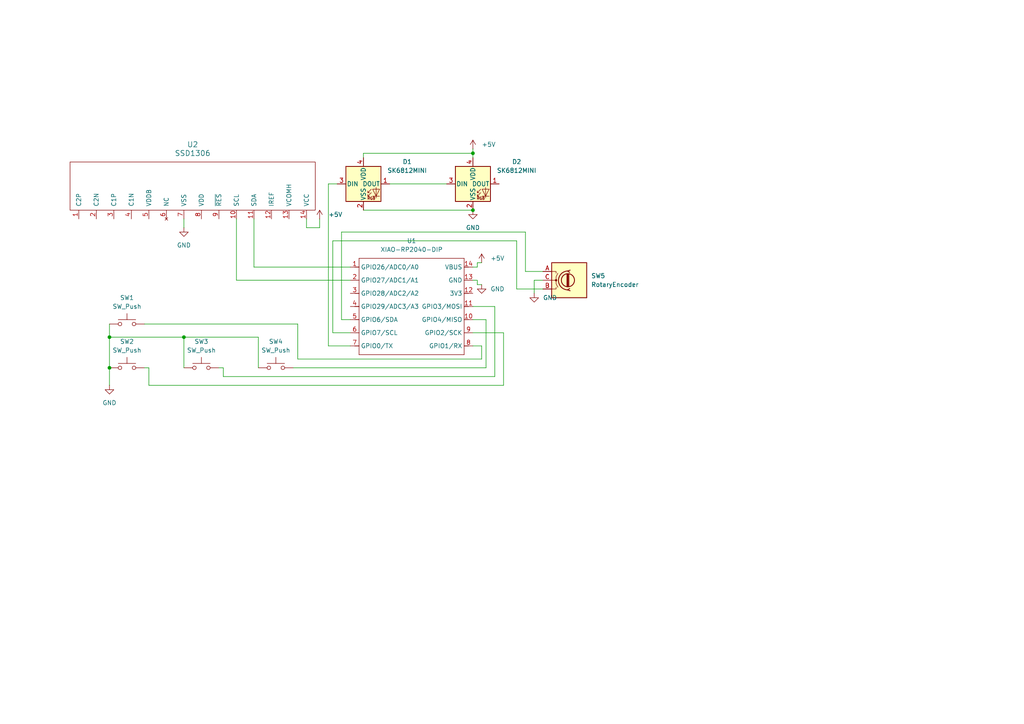
<source format=kicad_sch>
(kicad_sch
	(version 20250114)
	(generator "eeschema")
	(generator_version "9.0")
	(uuid "5250ac9b-1024-4c85-8c46-67893df5fad1")
	(paper "A4")
	(lib_symbols
		(symbol "Device:RotaryEncoder"
			(pin_names
				(offset 0.254)
				(hide yes)
			)
			(exclude_from_sim no)
			(in_bom yes)
			(on_board yes)
			(property "Reference" "SW"
				(at 0 6.604 0)
				(effects
					(font
						(size 1.27 1.27)
					)
				)
			)
			(property "Value" "RotaryEncoder"
				(at 0 -6.604 0)
				(effects
					(font
						(size 1.27 1.27)
					)
				)
			)
			(property "Footprint" ""
				(at -3.81 4.064 0)
				(effects
					(font
						(size 1.27 1.27)
					)
					(hide yes)
				)
			)
			(property "Datasheet" "~"
				(at 0 6.604 0)
				(effects
					(font
						(size 1.27 1.27)
					)
					(hide yes)
				)
			)
			(property "Description" "Rotary encoder, dual channel, incremental quadrate outputs"
				(at 0 0 0)
				(effects
					(font
						(size 1.27 1.27)
					)
					(hide yes)
				)
			)
			(property "ki_keywords" "rotary switch encoder"
				(at 0 0 0)
				(effects
					(font
						(size 1.27 1.27)
					)
					(hide yes)
				)
			)
			(property "ki_fp_filters" "RotaryEncoder*"
				(at 0 0 0)
				(effects
					(font
						(size 1.27 1.27)
					)
					(hide yes)
				)
			)
			(symbol "RotaryEncoder_0_1"
				(rectangle
					(start -5.08 5.08)
					(end 5.08 -5.08)
					(stroke
						(width 0.254)
						(type default)
					)
					(fill
						(type background)
					)
				)
				(polyline
					(pts
						(xy -5.08 2.54) (xy -3.81 2.54) (xy -3.81 2.032)
					)
					(stroke
						(width 0)
						(type default)
					)
					(fill
						(type none)
					)
				)
				(polyline
					(pts
						(xy -5.08 0) (xy -3.81 0) (xy -3.81 -1.016) (xy -3.302 -2.032)
					)
					(stroke
						(width 0)
						(type default)
					)
					(fill
						(type none)
					)
				)
				(polyline
					(pts
						(xy -5.08 -2.54) (xy -3.81 -2.54) (xy -3.81 -2.032)
					)
					(stroke
						(width 0)
						(type default)
					)
					(fill
						(type none)
					)
				)
				(polyline
					(pts
						(xy -4.318 0) (xy -3.81 0) (xy -3.81 1.016) (xy -3.302 2.032)
					)
					(stroke
						(width 0)
						(type default)
					)
					(fill
						(type none)
					)
				)
				(circle
					(center -3.81 0)
					(radius 0.254)
					(stroke
						(width 0)
						(type default)
					)
					(fill
						(type outline)
					)
				)
				(polyline
					(pts
						(xy -0.635 -1.778) (xy -0.635 1.778)
					)
					(stroke
						(width 0.254)
						(type default)
					)
					(fill
						(type none)
					)
				)
				(circle
					(center -0.381 0)
					(radius 1.905)
					(stroke
						(width 0.254)
						(type default)
					)
					(fill
						(type none)
					)
				)
				(polyline
					(pts
						(xy -0.381 -1.778) (xy -0.381 1.778)
					)
					(stroke
						(width 0.254)
						(type default)
					)
					(fill
						(type none)
					)
				)
				(arc
					(start -0.381 -2.794)
					(mid -3.0988 -0.0635)
					(end -0.381 2.667)
					(stroke
						(width 0.254)
						(type default)
					)
					(fill
						(type none)
					)
				)
				(polyline
					(pts
						(xy -0.127 1.778) (xy -0.127 -1.778)
					)
					(stroke
						(width 0.254)
						(type default)
					)
					(fill
						(type none)
					)
				)
				(polyline
					(pts
						(xy 0.254 2.921) (xy -0.508 2.667) (xy 0.127 2.286)
					)
					(stroke
						(width 0.254)
						(type default)
					)
					(fill
						(type none)
					)
				)
				(polyline
					(pts
						(xy 0.254 -3.048) (xy -0.508 -2.794) (xy 0.127 -2.413)
					)
					(stroke
						(width 0.254)
						(type default)
					)
					(fill
						(type none)
					)
				)
			)
			(symbol "RotaryEncoder_1_1"
				(pin passive line
					(at -7.62 2.54 0)
					(length 2.54)
					(name "A"
						(effects
							(font
								(size 1.27 1.27)
							)
						)
					)
					(number "A"
						(effects
							(font
								(size 1.27 1.27)
							)
						)
					)
				)
				(pin passive line
					(at -7.62 0 0)
					(length 2.54)
					(name "C"
						(effects
							(font
								(size 1.27 1.27)
							)
						)
					)
					(number "C"
						(effects
							(font
								(size 1.27 1.27)
							)
						)
					)
				)
				(pin passive line
					(at -7.62 -2.54 0)
					(length 2.54)
					(name "B"
						(effects
							(font
								(size 1.27 1.27)
							)
						)
					)
					(number "B"
						(effects
							(font
								(size 1.27 1.27)
							)
						)
					)
				)
			)
			(embedded_fonts no)
		)
		(symbol "LED:SK6812MINI"
			(pin_names
				(offset 0.254)
			)
			(exclude_from_sim no)
			(in_bom yes)
			(on_board yes)
			(property "Reference" "D"
				(at 5.08 5.715 0)
				(effects
					(font
						(size 1.27 1.27)
					)
					(justify right bottom)
				)
			)
			(property "Value" "SK6812MINI"
				(at 1.27 -5.715 0)
				(effects
					(font
						(size 1.27 1.27)
					)
					(justify left top)
				)
			)
			(property "Footprint" "LED_SMD:LED_SK6812MINI_PLCC4_3.5x3.5mm_P1.75mm"
				(at 1.27 -7.62 0)
				(effects
					(font
						(size 1.27 1.27)
					)
					(justify left top)
					(hide yes)
				)
			)
			(property "Datasheet" "https://cdn-shop.adafruit.com/product-files/2686/SK6812MINI_REV.01-1-2.pdf"
				(at 2.54 -9.525 0)
				(effects
					(font
						(size 1.27 1.27)
					)
					(justify left top)
					(hide yes)
				)
			)
			(property "Description" "RGB LED with integrated controller"
				(at 0 0 0)
				(effects
					(font
						(size 1.27 1.27)
					)
					(hide yes)
				)
			)
			(property "ki_keywords" "RGB LED NeoPixel Mini addressable"
				(at 0 0 0)
				(effects
					(font
						(size 1.27 1.27)
					)
					(hide yes)
				)
			)
			(property "ki_fp_filters" "LED*SK6812MINI*PLCC*3.5x3.5mm*P1.75mm*"
				(at 0 0 0)
				(effects
					(font
						(size 1.27 1.27)
					)
					(hide yes)
				)
			)
			(symbol "SK6812MINI_0_0"
				(text "RGB"
					(at 2.286 -4.191 0)
					(effects
						(font
							(size 0.762 0.762)
						)
					)
				)
			)
			(symbol "SK6812MINI_0_1"
				(polyline
					(pts
						(xy 1.27 -2.54) (xy 1.778 -2.54)
					)
					(stroke
						(width 0)
						(type default)
					)
					(fill
						(type none)
					)
				)
				(polyline
					(pts
						(xy 1.27 -3.556) (xy 1.778 -3.556)
					)
					(stroke
						(width 0)
						(type default)
					)
					(fill
						(type none)
					)
				)
				(polyline
					(pts
						(xy 2.286 -1.524) (xy 1.27 -2.54) (xy 1.27 -2.032)
					)
					(stroke
						(width 0)
						(type default)
					)
					(fill
						(type none)
					)
				)
				(polyline
					(pts
						(xy 2.286 -2.54) (xy 1.27 -3.556) (xy 1.27 -3.048)
					)
					(stroke
						(width 0)
						(type default)
					)
					(fill
						(type none)
					)
				)
				(polyline
					(pts
						(xy 3.683 -1.016) (xy 3.683 -3.556) (xy 3.683 -4.064)
					)
					(stroke
						(width 0)
						(type default)
					)
					(fill
						(type none)
					)
				)
				(polyline
					(pts
						(xy 4.699 -1.524) (xy 2.667 -1.524) (xy 3.683 -3.556) (xy 4.699 -1.524)
					)
					(stroke
						(width 0)
						(type default)
					)
					(fill
						(type none)
					)
				)
				(polyline
					(pts
						(xy 4.699 -3.556) (xy 2.667 -3.556)
					)
					(stroke
						(width 0)
						(type default)
					)
					(fill
						(type none)
					)
				)
				(rectangle
					(start 5.08 5.08)
					(end -5.08 -5.08)
					(stroke
						(width 0.254)
						(type default)
					)
					(fill
						(type background)
					)
				)
			)
			(symbol "SK6812MINI_1_1"
				(pin input line
					(at -7.62 0 0)
					(length 2.54)
					(name "DIN"
						(effects
							(font
								(size 1.27 1.27)
							)
						)
					)
					(number "3"
						(effects
							(font
								(size 1.27 1.27)
							)
						)
					)
				)
				(pin power_in line
					(at 0 7.62 270)
					(length 2.54)
					(name "VDD"
						(effects
							(font
								(size 1.27 1.27)
							)
						)
					)
					(number "4"
						(effects
							(font
								(size 1.27 1.27)
							)
						)
					)
				)
				(pin power_in line
					(at 0 -7.62 90)
					(length 2.54)
					(name "VSS"
						(effects
							(font
								(size 1.27 1.27)
							)
						)
					)
					(number "2"
						(effects
							(font
								(size 1.27 1.27)
							)
						)
					)
				)
				(pin output line
					(at 7.62 0 180)
					(length 2.54)
					(name "DOUT"
						(effects
							(font
								(size 1.27 1.27)
							)
						)
					)
					(number "1"
						(effects
							(font
								(size 1.27 1.27)
							)
						)
					)
				)
			)
			(embedded_fonts no)
		)
		(symbol "OPL Library:XIAO-RP2040-DIP"
			(exclude_from_sim no)
			(in_bom yes)
			(on_board yes)
			(property "Reference" "U"
				(at 0 0 0)
				(effects
					(font
						(size 1.27 1.27)
					)
				)
			)
			(property "Value" "XIAO-RP2040-DIP"
				(at 5.334 -1.778 0)
				(effects
					(font
						(size 1.27 1.27)
					)
				)
			)
			(property "Footprint" "Module:MOUDLE14P-XIAO-DIP-SMD"
				(at 14.478 -32.258 0)
				(effects
					(font
						(size 1.27 1.27)
					)
					(hide yes)
				)
			)
			(property "Datasheet" ""
				(at 0 0 0)
				(effects
					(font
						(size 1.27 1.27)
					)
					(hide yes)
				)
			)
			(property "Description" ""
				(at 0 0 0)
				(effects
					(font
						(size 1.27 1.27)
					)
					(hide yes)
				)
			)
			(symbol "XIAO-RP2040-DIP_1_0"
				(polyline
					(pts
						(xy -1.27 -2.54) (xy 29.21 -2.54)
					)
					(stroke
						(width 0.1524)
						(type solid)
					)
					(fill
						(type none)
					)
				)
				(polyline
					(pts
						(xy -1.27 -5.08) (xy -2.54 -5.08)
					)
					(stroke
						(width 0.1524)
						(type solid)
					)
					(fill
						(type none)
					)
				)
				(polyline
					(pts
						(xy -1.27 -5.08) (xy -1.27 -2.54)
					)
					(stroke
						(width 0.1524)
						(type solid)
					)
					(fill
						(type none)
					)
				)
				(polyline
					(pts
						(xy -1.27 -8.89) (xy -2.54 -8.89)
					)
					(stroke
						(width 0.1524)
						(type solid)
					)
					(fill
						(type none)
					)
				)
				(polyline
					(pts
						(xy -1.27 -8.89) (xy -1.27 -5.08)
					)
					(stroke
						(width 0.1524)
						(type solid)
					)
					(fill
						(type none)
					)
				)
				(polyline
					(pts
						(xy -1.27 -12.7) (xy -2.54 -12.7)
					)
					(stroke
						(width 0.1524)
						(type solid)
					)
					(fill
						(type none)
					)
				)
				(polyline
					(pts
						(xy -1.27 -12.7) (xy -1.27 -8.89)
					)
					(stroke
						(width 0.1524)
						(type solid)
					)
					(fill
						(type none)
					)
				)
				(polyline
					(pts
						(xy -1.27 -16.51) (xy -2.54 -16.51)
					)
					(stroke
						(width 0.1524)
						(type solid)
					)
					(fill
						(type none)
					)
				)
				(polyline
					(pts
						(xy -1.27 -16.51) (xy -1.27 -12.7)
					)
					(stroke
						(width 0.1524)
						(type solid)
					)
					(fill
						(type none)
					)
				)
				(polyline
					(pts
						(xy -1.27 -20.32) (xy -2.54 -20.32)
					)
					(stroke
						(width 0.1524)
						(type solid)
					)
					(fill
						(type none)
					)
				)
				(polyline
					(pts
						(xy -1.27 -24.13) (xy -2.54 -24.13)
					)
					(stroke
						(width 0.1524)
						(type solid)
					)
					(fill
						(type none)
					)
				)
				(polyline
					(pts
						(xy -1.27 -27.94) (xy -2.54 -27.94)
					)
					(stroke
						(width 0.1524)
						(type solid)
					)
					(fill
						(type none)
					)
				)
				(polyline
					(pts
						(xy -1.27 -30.48) (xy -1.27 -16.51)
					)
					(stroke
						(width 0.1524)
						(type solid)
					)
					(fill
						(type none)
					)
				)
				(polyline
					(pts
						(xy 29.21 -2.54) (xy 29.21 -5.08)
					)
					(stroke
						(width 0.1524)
						(type solid)
					)
					(fill
						(type none)
					)
				)
				(polyline
					(pts
						(xy 29.21 -5.08) (xy 29.21 -8.89)
					)
					(stroke
						(width 0.1524)
						(type solid)
					)
					(fill
						(type none)
					)
				)
				(polyline
					(pts
						(xy 29.21 -8.89) (xy 29.21 -12.7)
					)
					(stroke
						(width 0.1524)
						(type solid)
					)
					(fill
						(type none)
					)
				)
				(polyline
					(pts
						(xy 29.21 -12.7) (xy 29.21 -30.48)
					)
					(stroke
						(width 0.1524)
						(type solid)
					)
					(fill
						(type none)
					)
				)
				(polyline
					(pts
						(xy 29.21 -30.48) (xy -1.27 -30.48)
					)
					(stroke
						(width 0.1524)
						(type solid)
					)
					(fill
						(type none)
					)
				)
				(polyline
					(pts
						(xy 30.48 -5.08) (xy 29.21 -5.08)
					)
					(stroke
						(width 0.1524)
						(type solid)
					)
					(fill
						(type none)
					)
				)
				(polyline
					(pts
						(xy 30.48 -8.89) (xy 29.21 -8.89)
					)
					(stroke
						(width 0.1524)
						(type solid)
					)
					(fill
						(type none)
					)
				)
				(polyline
					(pts
						(xy 30.48 -12.7) (xy 29.21 -12.7)
					)
					(stroke
						(width 0.1524)
						(type solid)
					)
					(fill
						(type none)
					)
				)
				(polyline
					(pts
						(xy 30.48 -16.51) (xy 29.21 -16.51)
					)
					(stroke
						(width 0.1524)
						(type solid)
					)
					(fill
						(type none)
					)
				)
				(polyline
					(pts
						(xy 30.48 -20.32) (xy 29.21 -20.32)
					)
					(stroke
						(width 0.1524)
						(type solid)
					)
					(fill
						(type none)
					)
				)
				(polyline
					(pts
						(xy 30.48 -24.13) (xy 29.21 -24.13)
					)
					(stroke
						(width 0.1524)
						(type solid)
					)
					(fill
						(type none)
					)
				)
				(polyline
					(pts
						(xy 30.48 -27.94) (xy 29.21 -27.94)
					)
					(stroke
						(width 0.1524)
						(type solid)
					)
					(fill
						(type none)
					)
				)
				(pin passive line
					(at -3.81 -5.08 0)
					(length 2.54)
					(name "GPIO26/ADC0/A0"
						(effects
							(font
								(size 1.27 1.27)
							)
						)
					)
					(number "1"
						(effects
							(font
								(size 1.27 1.27)
							)
						)
					)
				)
				(pin passive line
					(at -3.81 -8.89 0)
					(length 2.54)
					(name "GPIO27/ADC1/A1"
						(effects
							(font
								(size 1.27 1.27)
							)
						)
					)
					(number "2"
						(effects
							(font
								(size 1.27 1.27)
							)
						)
					)
				)
				(pin passive line
					(at -3.81 -12.7 0)
					(length 2.54)
					(name "GPIO28/ADC2/A2"
						(effects
							(font
								(size 1.27 1.27)
							)
						)
					)
					(number "3"
						(effects
							(font
								(size 1.27 1.27)
							)
						)
					)
				)
				(pin passive line
					(at -3.81 -16.51 0)
					(length 2.54)
					(name "GPIO29/ADC3/A3"
						(effects
							(font
								(size 1.27 1.27)
							)
						)
					)
					(number "4"
						(effects
							(font
								(size 1.27 1.27)
							)
						)
					)
				)
				(pin passive line
					(at -3.81 -20.32 0)
					(length 2.54)
					(name "GPIO6/SDA"
						(effects
							(font
								(size 1.27 1.27)
							)
						)
					)
					(number "5"
						(effects
							(font
								(size 1.27 1.27)
							)
						)
					)
				)
				(pin passive line
					(at -3.81 -24.13 0)
					(length 2.54)
					(name "GPIO7/SCL"
						(effects
							(font
								(size 1.27 1.27)
							)
						)
					)
					(number "6"
						(effects
							(font
								(size 1.27 1.27)
							)
						)
					)
				)
				(pin passive line
					(at -3.81 -27.94 0)
					(length 2.54)
					(name "GPIO0/TX"
						(effects
							(font
								(size 1.27 1.27)
							)
						)
					)
					(number "7"
						(effects
							(font
								(size 1.27 1.27)
							)
						)
					)
				)
				(pin passive line
					(at 31.75 -5.08 180)
					(length 2.54)
					(name "VBUS"
						(effects
							(font
								(size 1.27 1.27)
							)
						)
					)
					(number "14"
						(effects
							(font
								(size 1.27 1.27)
							)
						)
					)
				)
				(pin passive line
					(at 31.75 -8.89 180)
					(length 2.54)
					(name "GND"
						(effects
							(font
								(size 1.27 1.27)
							)
						)
					)
					(number "13"
						(effects
							(font
								(size 1.27 1.27)
							)
						)
					)
				)
				(pin passive line
					(at 31.75 -12.7 180)
					(length 2.54)
					(name "3V3"
						(effects
							(font
								(size 1.27 1.27)
							)
						)
					)
					(number "12"
						(effects
							(font
								(size 1.27 1.27)
							)
						)
					)
				)
				(pin passive line
					(at 31.75 -16.51 180)
					(length 2.54)
					(name "GPIO3/MOSI"
						(effects
							(font
								(size 1.27 1.27)
							)
						)
					)
					(number "11"
						(effects
							(font
								(size 1.27 1.27)
							)
						)
					)
				)
				(pin passive line
					(at 31.75 -20.32 180)
					(length 2.54)
					(name "GPIO4/MISO"
						(effects
							(font
								(size 1.27 1.27)
							)
						)
					)
					(number "10"
						(effects
							(font
								(size 1.27 1.27)
							)
						)
					)
				)
				(pin passive line
					(at 31.75 -24.13 180)
					(length 2.54)
					(name "GPIO2/SCK"
						(effects
							(font
								(size 1.27 1.27)
							)
						)
					)
					(number "9"
						(effects
							(font
								(size 1.27 1.27)
							)
						)
					)
				)
				(pin passive line
					(at 31.75 -27.94 180)
					(length 2.54)
					(name "GPIO1/RX"
						(effects
							(font
								(size 1.27 1.27)
							)
						)
					)
					(number "8"
						(effects
							(font
								(size 1.27 1.27)
							)
						)
					)
				)
			)
			(embedded_fonts no)
		)
		(symbol "Oled:SSD1306"
			(pin_names
				(offset 1.016)
			)
			(exclude_from_sim no)
			(in_bom yes)
			(on_board yes)
			(property "Reference" "U"
				(at 34.29 15.24 0)
				(effects
					(font
						(size 1.524 1.524)
					)
					(justify right top)
				)
			)
			(property "Value" "SSD1306"
				(at -34.29 15.24 0)
				(effects
					(font
						(size 1.524 1.524)
					)
					(justify left top)
				)
			)
			(property "Footprint" ""
				(at 0 0 0)
				(effects
					(font
						(size 1.524 1.524)
					)
					(hide yes)
				)
			)
			(property "Datasheet" ""
				(at 0 0 0)
				(effects
					(font
						(size 1.524 1.524)
					)
					(hide yes)
				)
			)
			(property "Description" ""
				(at 0 0 0)
				(effects
					(font
						(size 1.27 1.27)
					)
					(hide yes)
				)
			)
			(symbol "SSD1306_0_1"
				(rectangle
					(start -35.56 16.51)
					(end 35.56 2.54)
					(stroke
						(width 0)
						(type solid)
					)
					(fill
						(type none)
					)
				)
			)
			(symbol "SSD1306_1_1"
				(pin input line
					(at -33.02 0 90)
					(length 2.54)
					(name "C2P"
						(effects
							(font
								(size 1.27 1.27)
							)
						)
					)
					(number "1"
						(effects
							(font
								(size 1.27 1.27)
							)
						)
					)
				)
				(pin input line
					(at -27.94 0 90)
					(length 2.54)
					(name "C2N"
						(effects
							(font
								(size 1.27 1.27)
							)
						)
					)
					(number "2"
						(effects
							(font
								(size 1.27 1.27)
							)
						)
					)
				)
				(pin input line
					(at -22.86 0 90)
					(length 2.54)
					(name "C1P"
						(effects
							(font
								(size 1.27 1.27)
							)
						)
					)
					(number "3"
						(effects
							(font
								(size 1.27 1.27)
							)
						)
					)
				)
				(pin input line
					(at -17.78 0 90)
					(length 2.54)
					(name "C1N"
						(effects
							(font
								(size 1.27 1.27)
							)
						)
					)
					(number "4"
						(effects
							(font
								(size 1.27 1.27)
							)
						)
					)
				)
				(pin input line
					(at -12.7 0 90)
					(length 2.54)
					(name "VDDB"
						(effects
							(font
								(size 1.27 1.27)
							)
						)
					)
					(number "5"
						(effects
							(font
								(size 1.27 1.27)
							)
						)
					)
				)
				(pin no_connect line
					(at -7.62 0 90)
					(length 2.54)
					(name "NC"
						(effects
							(font
								(size 1.27 1.27)
							)
						)
					)
					(number "6"
						(effects
							(font
								(size 1.27 1.27)
							)
						)
					)
				)
				(pin output line
					(at -2.54 0 90)
					(length 2.54)
					(name "VSS"
						(effects
							(font
								(size 1.27 1.27)
							)
						)
					)
					(number "7"
						(effects
							(font
								(size 1.27 1.27)
							)
						)
					)
				)
				(pin input line
					(at 2.54 0 90)
					(length 2.54)
					(name "VDD"
						(effects
							(font
								(size 1.27 1.27)
							)
						)
					)
					(number "8"
						(effects
							(font
								(size 1.27 1.27)
							)
						)
					)
				)
				(pin input line
					(at 7.62 0 90)
					(length 2.54)
					(name "~{RES}"
						(effects
							(font
								(size 1.27 1.27)
							)
						)
					)
					(number "9"
						(effects
							(font
								(size 1.27 1.27)
							)
						)
					)
				)
				(pin input line
					(at 12.7 0 90)
					(length 2.54)
					(name "SCL"
						(effects
							(font
								(size 1.27 1.27)
							)
						)
					)
					(number "10"
						(effects
							(font
								(size 1.27 1.27)
							)
						)
					)
				)
				(pin input line
					(at 17.78 0 90)
					(length 2.54)
					(name "SDA"
						(effects
							(font
								(size 1.27 1.27)
							)
						)
					)
					(number "11"
						(effects
							(font
								(size 1.27 1.27)
							)
						)
					)
				)
				(pin input line
					(at 22.86 0 90)
					(length 2.54)
					(name "IREF"
						(effects
							(font
								(size 1.27 1.27)
							)
						)
					)
					(number "12"
						(effects
							(font
								(size 1.27 1.27)
							)
						)
					)
				)
				(pin input line
					(at 27.94 0 90)
					(length 2.54)
					(name "VCOMH"
						(effects
							(font
								(size 1.27 1.27)
							)
						)
					)
					(number "13"
						(effects
							(font
								(size 1.27 1.27)
							)
						)
					)
				)
				(pin input line
					(at 33.02 0 90)
					(length 2.54)
					(name "VCC"
						(effects
							(font
								(size 1.27 1.27)
							)
						)
					)
					(number "14"
						(effects
							(font
								(size 1.27 1.27)
							)
						)
					)
				)
			)
			(embedded_fonts no)
		)
		(symbol "Switch:SW_Push"
			(pin_numbers
				(hide yes)
			)
			(pin_names
				(offset 1.016)
				(hide yes)
			)
			(exclude_from_sim no)
			(in_bom yes)
			(on_board yes)
			(property "Reference" "SW"
				(at 1.27 2.54 0)
				(effects
					(font
						(size 1.27 1.27)
					)
					(justify left)
				)
			)
			(property "Value" "SW_Push"
				(at 0 -1.524 0)
				(effects
					(font
						(size 1.27 1.27)
					)
				)
			)
			(property "Footprint" ""
				(at 0 5.08 0)
				(effects
					(font
						(size 1.27 1.27)
					)
					(hide yes)
				)
			)
			(property "Datasheet" "~"
				(at 0 5.08 0)
				(effects
					(font
						(size 1.27 1.27)
					)
					(hide yes)
				)
			)
			(property "Description" "Push button switch, generic, two pins"
				(at 0 0 0)
				(effects
					(font
						(size 1.27 1.27)
					)
					(hide yes)
				)
			)
			(property "ki_keywords" "switch normally-open pushbutton push-button"
				(at 0 0 0)
				(effects
					(font
						(size 1.27 1.27)
					)
					(hide yes)
				)
			)
			(symbol "SW_Push_0_1"
				(circle
					(center -2.032 0)
					(radius 0.508)
					(stroke
						(width 0)
						(type default)
					)
					(fill
						(type none)
					)
				)
				(polyline
					(pts
						(xy 0 1.27) (xy 0 3.048)
					)
					(stroke
						(width 0)
						(type default)
					)
					(fill
						(type none)
					)
				)
				(circle
					(center 2.032 0)
					(radius 0.508)
					(stroke
						(width 0)
						(type default)
					)
					(fill
						(type none)
					)
				)
				(polyline
					(pts
						(xy 2.54 1.27) (xy -2.54 1.27)
					)
					(stroke
						(width 0)
						(type default)
					)
					(fill
						(type none)
					)
				)
				(pin passive line
					(at -5.08 0 0)
					(length 2.54)
					(name "1"
						(effects
							(font
								(size 1.27 1.27)
							)
						)
					)
					(number "1"
						(effects
							(font
								(size 1.27 1.27)
							)
						)
					)
				)
				(pin passive line
					(at 5.08 0 180)
					(length 2.54)
					(name "2"
						(effects
							(font
								(size 1.27 1.27)
							)
						)
					)
					(number "2"
						(effects
							(font
								(size 1.27 1.27)
							)
						)
					)
				)
			)
			(embedded_fonts no)
		)
		(symbol "power:+5V"
			(power)
			(pin_numbers
				(hide yes)
			)
			(pin_names
				(offset 0)
				(hide yes)
			)
			(exclude_from_sim no)
			(in_bom yes)
			(on_board yes)
			(property "Reference" "#PWR"
				(at 0 -3.81 0)
				(effects
					(font
						(size 1.27 1.27)
					)
					(hide yes)
				)
			)
			(property "Value" "+5V"
				(at 0 3.556 0)
				(effects
					(font
						(size 1.27 1.27)
					)
				)
			)
			(property "Footprint" ""
				(at 0 0 0)
				(effects
					(font
						(size 1.27 1.27)
					)
					(hide yes)
				)
			)
			(property "Datasheet" ""
				(at 0 0 0)
				(effects
					(font
						(size 1.27 1.27)
					)
					(hide yes)
				)
			)
			(property "Description" "Power symbol creates a global label with name \"+5V\""
				(at 0 0 0)
				(effects
					(font
						(size 1.27 1.27)
					)
					(hide yes)
				)
			)
			(property "ki_keywords" "global power"
				(at 0 0 0)
				(effects
					(font
						(size 1.27 1.27)
					)
					(hide yes)
				)
			)
			(symbol "+5V_0_1"
				(polyline
					(pts
						(xy -0.762 1.27) (xy 0 2.54)
					)
					(stroke
						(width 0)
						(type default)
					)
					(fill
						(type none)
					)
				)
				(polyline
					(pts
						(xy 0 2.54) (xy 0.762 1.27)
					)
					(stroke
						(width 0)
						(type default)
					)
					(fill
						(type none)
					)
				)
				(polyline
					(pts
						(xy 0 0) (xy 0 2.54)
					)
					(stroke
						(width 0)
						(type default)
					)
					(fill
						(type none)
					)
				)
			)
			(symbol "+5V_1_1"
				(pin power_in line
					(at 0 0 90)
					(length 0)
					(name "~"
						(effects
							(font
								(size 1.27 1.27)
							)
						)
					)
					(number "1"
						(effects
							(font
								(size 1.27 1.27)
							)
						)
					)
				)
			)
			(embedded_fonts no)
		)
		(symbol "power:GND"
			(power)
			(pin_numbers
				(hide yes)
			)
			(pin_names
				(offset 0)
				(hide yes)
			)
			(exclude_from_sim no)
			(in_bom yes)
			(on_board yes)
			(property "Reference" "#PWR"
				(at 0 -6.35 0)
				(effects
					(font
						(size 1.27 1.27)
					)
					(hide yes)
				)
			)
			(property "Value" "GND"
				(at 0 -3.81 0)
				(effects
					(font
						(size 1.27 1.27)
					)
				)
			)
			(property "Footprint" ""
				(at 0 0 0)
				(effects
					(font
						(size 1.27 1.27)
					)
					(hide yes)
				)
			)
			(property "Datasheet" ""
				(at 0 0 0)
				(effects
					(font
						(size 1.27 1.27)
					)
					(hide yes)
				)
			)
			(property "Description" "Power symbol creates a global label with name \"GND\" , ground"
				(at 0 0 0)
				(effects
					(font
						(size 1.27 1.27)
					)
					(hide yes)
				)
			)
			(property "ki_keywords" "global power"
				(at 0 0 0)
				(effects
					(font
						(size 1.27 1.27)
					)
					(hide yes)
				)
			)
			(symbol "GND_0_1"
				(polyline
					(pts
						(xy 0 0) (xy 0 -1.27) (xy 1.27 -1.27) (xy 0 -2.54) (xy -1.27 -1.27) (xy 0 -1.27)
					)
					(stroke
						(width 0)
						(type default)
					)
					(fill
						(type none)
					)
				)
			)
			(symbol "GND_1_1"
				(pin power_in line
					(at 0 0 270)
					(length 0)
					(name "~"
						(effects
							(font
								(size 1.27 1.27)
							)
						)
					)
					(number "1"
						(effects
							(font
								(size 1.27 1.27)
							)
						)
					)
				)
			)
			(embedded_fonts no)
		)
	)
	(junction
		(at 137.16 60.96)
		(diameter 0)
		(color 0 0 0 0)
		(uuid "04474d37-d960-412a-a6d1-260261267219")
	)
	(junction
		(at 53.34 97.79)
		(diameter 0)
		(color 0 0 0 0)
		(uuid "0616f527-9e6c-4e8c-a5c8-a5998293a103")
	)
	(junction
		(at 31.75 106.68)
		(diameter 0)
		(color 0 0 0 0)
		(uuid "299ae1d8-5d53-4f4c-b366-e7fec85565dc")
	)
	(junction
		(at 31.75 97.79)
		(diameter 0)
		(color 0 0 0 0)
		(uuid "84e659a2-6867-4e0c-bc50-5beefff56377")
	)
	(junction
		(at 137.16 44.45)
		(diameter 0)
		(color 0 0 0 0)
		(uuid "f01750ea-e40c-47e0-8979-2020e53e1767")
	)
	(wire
		(pts
			(xy 95.25 53.34) (xy 95.25 100.33)
		)
		(stroke
			(width 0)
			(type default)
		)
		(uuid "036161f2-4e44-48a1-a978-ef9c7adadcc2")
	)
	(wire
		(pts
			(xy 31.75 106.68) (xy 31.75 111.76)
		)
		(stroke
			(width 0)
			(type default)
		)
		(uuid "06689e37-87a7-4a6b-b3c6-a024e1a43741")
	)
	(wire
		(pts
			(xy 74.93 106.68) (xy 74.93 97.79)
		)
		(stroke
			(width 0)
			(type default)
		)
		(uuid "073f4101-f751-4458-a80b-c9ebfca3a105")
	)
	(wire
		(pts
			(xy 41.91 106.68) (xy 43.18 106.68)
		)
		(stroke
			(width 0)
			(type default)
		)
		(uuid "089221b6-ed77-432b-b88a-75a3abc511f5")
	)
	(wire
		(pts
			(xy 143.51 88.9) (xy 137.16 88.9)
		)
		(stroke
			(width 0)
			(type default)
		)
		(uuid "0a7b7eba-ed87-4e97-9ec6-af1380ea90e4")
	)
	(wire
		(pts
			(xy 138.43 77.47) (xy 137.16 77.47)
		)
		(stroke
			(width 0)
			(type default)
		)
		(uuid "16813905-b05b-43d7-ab8f-d20d540b802c")
	)
	(wire
		(pts
			(xy 157.48 83.82) (xy 149.86 83.82)
		)
		(stroke
			(width 0)
			(type default)
		)
		(uuid "16b0e6dc-be87-4b4c-b425-0c690cfc97f9")
	)
	(wire
		(pts
			(xy 138.43 82.55) (xy 138.43 81.28)
		)
		(stroke
			(width 0)
			(type default)
		)
		(uuid "18aa50da-9ed4-45b3-85c8-a88cb576961a")
	)
	(wire
		(pts
			(xy 41.91 93.98) (xy 86.36 93.98)
		)
		(stroke
			(width 0)
			(type default)
		)
		(uuid "190866b6-bfa7-4a9c-8871-3ba79153ae96")
	)
	(wire
		(pts
			(xy 86.36 93.98) (xy 86.36 104.14)
		)
		(stroke
			(width 0)
			(type default)
		)
		(uuid "1c902bca-150e-4718-af12-b746fc322502")
	)
	(wire
		(pts
			(xy 157.48 81.28) (xy 154.94 81.28)
		)
		(stroke
			(width 0)
			(type default)
		)
		(uuid "1d012fb4-81a8-413f-bdbc-9507f6871381")
	)
	(wire
		(pts
			(xy 53.34 63.5) (xy 53.34 66.04)
		)
		(stroke
			(width 0)
			(type default)
		)
		(uuid "1e9fe055-5875-41d6-9280-a598b01afd4b")
	)
	(wire
		(pts
			(xy 105.41 44.45) (xy 137.16 44.45)
		)
		(stroke
			(width 0)
			(type default)
		)
		(uuid "20a404f4-3934-4fad-a9c3-77b1f905f94d")
	)
	(wire
		(pts
			(xy 152.4 78.74) (xy 152.4 67.31)
		)
		(stroke
			(width 0)
			(type default)
		)
		(uuid "283ad52a-0351-4298-92fb-c4587fb2cc67")
	)
	(wire
		(pts
			(xy 105.41 60.96) (xy 137.16 60.96)
		)
		(stroke
			(width 0)
			(type default)
		)
		(uuid "295c6be3-f182-4101-a8fa-876dc267ca31")
	)
	(wire
		(pts
			(xy 140.97 92.71) (xy 140.97 106.68)
		)
		(stroke
			(width 0)
			(type default)
		)
		(uuid "2d3bceb1-d496-44d3-ae27-a5e4d0bde35f")
	)
	(wire
		(pts
			(xy 99.06 67.31) (xy 99.06 92.71)
		)
		(stroke
			(width 0)
			(type default)
		)
		(uuid "2e802ea2-e2c8-46f0-9587-59b3d28820c5")
	)
	(wire
		(pts
			(xy 139.7 104.14) (xy 139.7 100.33)
		)
		(stroke
			(width 0)
			(type default)
		)
		(uuid "2f0e0164-a756-4b71-bcc6-0d5700224fc1")
	)
	(wire
		(pts
			(xy 53.34 97.79) (xy 53.34 106.68)
		)
		(stroke
			(width 0)
			(type default)
		)
		(uuid "301f4ad6-89b1-4cb2-91a8-79b257a10b2e")
	)
	(wire
		(pts
			(xy 68.58 63.5) (xy 68.58 81.28)
		)
		(stroke
			(width 0)
			(type default)
		)
		(uuid "3450ae56-4629-4d8d-808c-3f3baee5b466")
	)
	(wire
		(pts
			(xy 88.9 66.04) (xy 92.71 66.04)
		)
		(stroke
			(width 0)
			(type default)
		)
		(uuid "3ca0faad-50d9-47eb-9033-750cc27c5fb1")
	)
	(wire
		(pts
			(xy 43.18 106.68) (xy 43.18 111.76)
		)
		(stroke
			(width 0)
			(type default)
		)
		(uuid "3ce51fe6-4e9d-4e56-9a1d-ae2f1235a37c")
	)
	(wire
		(pts
			(xy 73.66 63.5) (xy 73.66 77.47)
		)
		(stroke
			(width 0)
			(type default)
		)
		(uuid "3df91886-fa3b-4894-b5e3-60a207c9b2d8")
	)
	(wire
		(pts
			(xy 137.16 43.18) (xy 137.16 44.45)
		)
		(stroke
			(width 0)
			(type default)
		)
		(uuid "42cecca2-ed02-4355-9364-454defb01487")
	)
	(wire
		(pts
			(xy 137.16 45.72) (xy 137.16 44.45)
		)
		(stroke
			(width 0)
			(type default)
		)
		(uuid "46b953ae-5e3a-4368-9488-09f5d537378d")
	)
	(wire
		(pts
			(xy 64.77 106.68) (xy 64.77 109.22)
		)
		(stroke
			(width 0)
			(type default)
		)
		(uuid "48a10dc4-2b02-46d1-bb5d-631559b619aa")
	)
	(wire
		(pts
			(xy 146.05 96.52) (xy 137.16 96.52)
		)
		(stroke
			(width 0)
			(type default)
		)
		(uuid "4b2ceff5-c309-49ce-81f1-6e3c8d532d33")
	)
	(wire
		(pts
			(xy 86.36 104.14) (xy 139.7 104.14)
		)
		(stroke
			(width 0)
			(type default)
		)
		(uuid "4e9aee03-60ab-4d82-b959-d4b6bcc29f39")
	)
	(wire
		(pts
			(xy 149.86 69.85) (xy 96.52 69.85)
		)
		(stroke
			(width 0)
			(type default)
		)
		(uuid "578966c1-391b-4f3e-87ef-e6a7bcd9d0de")
	)
	(wire
		(pts
			(xy 96.52 69.85) (xy 96.52 96.52)
		)
		(stroke
			(width 0)
			(type default)
		)
		(uuid "58f8227c-2d00-458d-a0f5-88f4f26f8903")
	)
	(wire
		(pts
			(xy 143.51 109.22) (xy 143.51 88.9)
		)
		(stroke
			(width 0)
			(type default)
		)
		(uuid "596b5e2a-91a6-4212-ad13-80ff52bffad1")
	)
	(wire
		(pts
			(xy 31.75 97.79) (xy 31.75 106.68)
		)
		(stroke
			(width 0)
			(type default)
		)
		(uuid "5e8f3598-0fbb-461c-825a-877549b288ac")
	)
	(wire
		(pts
			(xy 138.43 81.28) (xy 137.16 81.28)
		)
		(stroke
			(width 0)
			(type default)
		)
		(uuid "619c601a-9f26-4e69-9d39-32379bf3871e")
	)
	(wire
		(pts
			(xy 154.94 81.28) (xy 154.94 85.09)
		)
		(stroke
			(width 0)
			(type default)
		)
		(uuid "63df394f-c083-4ccc-a4a0-9c13f1001ba0")
	)
	(wire
		(pts
			(xy 95.25 100.33) (xy 101.6 100.33)
		)
		(stroke
			(width 0)
			(type default)
		)
		(uuid "64ccd02f-d0bb-46e6-b4dd-afad34521dde")
	)
	(wire
		(pts
			(xy 43.18 111.76) (xy 146.05 111.76)
		)
		(stroke
			(width 0)
			(type default)
		)
		(uuid "68d2bcfc-2ba3-4047-81ec-9e641ecfeec2")
	)
	(wire
		(pts
			(xy 113.03 53.34) (xy 129.54 53.34)
		)
		(stroke
			(width 0)
			(type default)
		)
		(uuid "717450ff-b30e-42d4-8e2d-0e908c0baa31")
	)
	(wire
		(pts
			(xy 73.66 77.47) (xy 101.6 77.47)
		)
		(stroke
			(width 0)
			(type default)
		)
		(uuid "8454d111-ab73-4eda-b0c3-ef247af5578a")
	)
	(wire
		(pts
			(xy 99.06 92.71) (xy 101.6 92.71)
		)
		(stroke
			(width 0)
			(type default)
		)
		(uuid "8cdbbfbc-c48a-402f-b10a-13a1b5b1ac57")
	)
	(wire
		(pts
			(xy 146.05 111.76) (xy 146.05 96.52)
		)
		(stroke
			(width 0)
			(type default)
		)
		(uuid "8df6bf06-4425-4a7e-9a76-91630695fdb7")
	)
	(wire
		(pts
			(xy 140.97 106.68) (xy 85.09 106.68)
		)
		(stroke
			(width 0)
			(type default)
		)
		(uuid "8e0f9bed-681f-4db2-8c66-2b180f76fea5")
	)
	(wire
		(pts
			(xy 92.71 66.04) (xy 92.71 63.5)
		)
		(stroke
			(width 0)
			(type default)
		)
		(uuid "912b3f62-522f-423f-8e22-0d6ead3c9414")
	)
	(wire
		(pts
			(xy 64.77 109.22) (xy 143.51 109.22)
		)
		(stroke
			(width 0)
			(type default)
		)
		(uuid "92eca863-fae1-41e2-a80e-2e3014d8b740")
	)
	(wire
		(pts
			(xy 137.16 92.71) (xy 140.97 92.71)
		)
		(stroke
			(width 0)
			(type default)
		)
		(uuid "9a71a4c5-818c-45ea-8117-a558534d4e5a")
	)
	(wire
		(pts
			(xy 96.52 96.52) (xy 101.6 96.52)
		)
		(stroke
			(width 0)
			(type default)
		)
		(uuid "a03050c9-08bd-4998-8133-08c7140e5514")
	)
	(wire
		(pts
			(xy 157.48 78.74) (xy 152.4 78.74)
		)
		(stroke
			(width 0)
			(type default)
		)
		(uuid "a2b61e4c-5c10-44dc-bb99-854f25a6f85b")
	)
	(wire
		(pts
			(xy 97.79 53.34) (xy 95.25 53.34)
		)
		(stroke
			(width 0)
			(type default)
		)
		(uuid "a65a6ba4-581b-46ed-82d3-13b22d903f74")
	)
	(wire
		(pts
			(xy 31.75 97.79) (xy 31.75 93.98)
		)
		(stroke
			(width 0)
			(type default)
		)
		(uuid "ae099b52-a7da-4350-970f-c582c353a5a1")
	)
	(wire
		(pts
			(xy 139.7 82.55) (xy 138.43 82.55)
		)
		(stroke
			(width 0)
			(type default)
		)
		(uuid "bdc137a1-6f64-40aa-8bf9-c22ccf9ffe5f")
	)
	(wire
		(pts
			(xy 152.4 67.31) (xy 99.06 67.31)
		)
		(stroke
			(width 0)
			(type default)
		)
		(uuid "bff6a556-4a97-4987-ac28-003a3f21da99")
	)
	(wire
		(pts
			(xy 74.93 97.79) (xy 53.34 97.79)
		)
		(stroke
			(width 0)
			(type default)
		)
		(uuid "c126a60b-503d-48e3-8e6b-76386a10dd05")
	)
	(wire
		(pts
			(xy 139.7 76.2) (xy 138.43 76.2)
		)
		(stroke
			(width 0)
			(type default)
		)
		(uuid "c3c28bb5-ec00-4baf-bfb2-a1fc16bcff3d")
	)
	(wire
		(pts
			(xy 138.43 76.2) (xy 138.43 77.47)
		)
		(stroke
			(width 0)
			(type default)
		)
		(uuid "c9718e33-af16-40ff-b350-6f13426a8225")
	)
	(wire
		(pts
			(xy 68.58 81.28) (xy 101.6 81.28)
		)
		(stroke
			(width 0)
			(type default)
		)
		(uuid "e290a686-da26-432b-b8d6-dc5749ca2eaf")
	)
	(wire
		(pts
			(xy 139.7 100.33) (xy 137.16 100.33)
		)
		(stroke
			(width 0)
			(type default)
		)
		(uuid "ef6f091a-406b-4664-a455-ac32ec731f14")
	)
	(wire
		(pts
			(xy 149.86 83.82) (xy 149.86 69.85)
		)
		(stroke
			(width 0)
			(type default)
		)
		(uuid "f1cc53db-caa1-4b38-94df-e8eae3205a25")
	)
	(wire
		(pts
			(xy 88.9 63.5) (xy 88.9 66.04)
		)
		(stroke
			(width 0)
			(type default)
		)
		(uuid "f7752a5d-154f-4db0-8609-24f03ca6f9f8")
	)
	(wire
		(pts
			(xy 63.5 106.68) (xy 64.77 106.68)
		)
		(stroke
			(width 0)
			(type default)
		)
		(uuid "fdb88e12-4920-4b87-96e0-361419e39061")
	)
	(wire
		(pts
			(xy 105.41 45.72) (xy 105.41 44.45)
		)
		(stroke
			(width 0)
			(type default)
		)
		(uuid "ff407346-ba81-40ff-9bcd-b807ddd20934")
	)
	(wire
		(pts
			(xy 53.34 97.79) (xy 31.75 97.79)
		)
		(stroke
			(width 0)
			(type default)
		)
		(uuid "ff4d3128-d8ad-4c3e-bf64-1c16b731532f")
	)
	(symbol
		(lib_id "power:+5V")
		(at 139.7 76.2 0)
		(unit 1)
		(exclude_from_sim no)
		(in_bom yes)
		(on_board yes)
		(dnp no)
		(fields_autoplaced yes)
		(uuid "00c88642-dbad-44c3-be41-7d0118c2a361")
		(property "Reference" "#PWR02"
			(at 139.7 80.01 0)
			(effects
				(font
					(size 1.27 1.27)
				)
				(hide yes)
			)
		)
		(property "Value" "+5V"
			(at 142.24 74.9299 0)
			(effects
				(font
					(size 1.27 1.27)
				)
				(justify left)
			)
		)
		(property "Footprint" ""
			(at 139.7 76.2 0)
			(effects
				(font
					(size 1.27 1.27)
				)
				(hide yes)
			)
		)
		(property "Datasheet" ""
			(at 139.7 76.2 0)
			(effects
				(font
					(size 1.27 1.27)
				)
				(hide yes)
			)
		)
		(property "Description" "Power symbol creates a global label with name \"+5V\""
			(at 139.7 76.2 0)
			(effects
				(font
					(size 1.27 1.27)
				)
				(hide yes)
			)
		)
		(pin "1"
			(uuid "110d540a-4526-46b4-ae55-af478988508a")
		)
		(instances
			(project ""
				(path "/5250ac9b-1024-4c85-8c46-67893df5fad1"
					(reference "#PWR02")
					(unit 1)
				)
			)
		)
	)
	(symbol
		(lib_id "LED:SK6812MINI")
		(at 137.16 53.34 0)
		(unit 1)
		(exclude_from_sim no)
		(in_bom yes)
		(on_board yes)
		(dnp no)
		(fields_autoplaced yes)
		(uuid "0aafc32b-408f-48a8-b073-042ea84a4a49")
		(property "Reference" "D2"
			(at 149.86 46.9198 0)
			(effects
				(font
					(size 1.27 1.27)
				)
			)
		)
		(property "Value" "SK6812MINI"
			(at 149.86 49.4598 0)
			(effects
				(font
					(size 1.27 1.27)
				)
			)
		)
		(property "Footprint" "LED_SMD:LED_SK6812MINI_PLCC4_3.5x3.5mm_P1.75mm"
			(at 138.43 60.96 0)
			(effects
				(font
					(size 1.27 1.27)
				)
				(justify left top)
				(hide yes)
			)
		)
		(property "Datasheet" "https://cdn-shop.adafruit.com/product-files/2686/SK6812MINI_REV.01-1-2.pdf"
			(at 139.7 62.865 0)
			(effects
				(font
					(size 1.27 1.27)
				)
				(justify left top)
				(hide yes)
			)
		)
		(property "Description" "RGB LED with integrated controller"
			(at 137.16 53.34 0)
			(effects
				(font
					(size 1.27 1.27)
				)
				(hide yes)
			)
		)
		(pin "2"
			(uuid "761791b8-afe4-4607-8ce4-40a41675f53d")
		)
		(pin "3"
			(uuid "e417737d-0f0c-4c24-b5f7-1d41629bf4d9")
		)
		(pin "4"
			(uuid "fb816b76-ca4c-42e1-94e0-bdad4d5a160e")
		)
		(pin "1"
			(uuid "bab97221-5490-4696-a1aa-b1296b22323a")
		)
		(instances
			(project ""
				(path "/5250ac9b-1024-4c85-8c46-67893df5fad1"
					(reference "D2")
					(unit 1)
				)
			)
		)
	)
	(symbol
		(lib_id "power:GND")
		(at 137.16 60.96 0)
		(unit 1)
		(exclude_from_sim no)
		(in_bom yes)
		(on_board yes)
		(dnp no)
		(fields_autoplaced yes)
		(uuid "2029bd4c-b603-42cb-8833-11699d06f47d")
		(property "Reference" "#PWR04"
			(at 137.16 67.31 0)
			(effects
				(font
					(size 1.27 1.27)
				)
				(hide yes)
			)
		)
		(property "Value" "GND"
			(at 137.16 66.04 0)
			(effects
				(font
					(size 1.27 1.27)
				)
			)
		)
		(property "Footprint" ""
			(at 137.16 60.96 0)
			(effects
				(font
					(size 1.27 1.27)
				)
				(hide yes)
			)
		)
		(property "Datasheet" ""
			(at 137.16 60.96 0)
			(effects
				(font
					(size 1.27 1.27)
				)
				(hide yes)
			)
		)
		(property "Description" "Power symbol creates a global label with name \"GND\" , ground"
			(at 137.16 60.96 0)
			(effects
				(font
					(size 1.27 1.27)
				)
				(hide yes)
			)
		)
		(pin "1"
			(uuid "66dd62da-57b7-4407-ba03-f185d0c0dccb")
		)
		(instances
			(project ""
				(path "/5250ac9b-1024-4c85-8c46-67893df5fad1"
					(reference "#PWR04")
					(unit 1)
				)
			)
		)
	)
	(symbol
		(lib_id "power:GND")
		(at 154.94 85.09 0)
		(unit 1)
		(exclude_from_sim no)
		(in_bom yes)
		(on_board yes)
		(dnp no)
		(fields_autoplaced yes)
		(uuid "3f0cba47-dc55-4ef7-a74f-fe55572928de")
		(property "Reference" "#PWR06"
			(at 154.94 91.44 0)
			(effects
				(font
					(size 1.27 1.27)
				)
				(hide yes)
			)
		)
		(property "Value" "GND"
			(at 157.48 86.3599 0)
			(effects
				(font
					(size 1.27 1.27)
				)
				(justify left)
			)
		)
		(property "Footprint" ""
			(at 154.94 85.09 0)
			(effects
				(font
					(size 1.27 1.27)
				)
				(hide yes)
			)
		)
		(property "Datasheet" ""
			(at 154.94 85.09 0)
			(effects
				(font
					(size 1.27 1.27)
				)
				(hide yes)
			)
		)
		(property "Description" "Power symbol creates a global label with name \"GND\" , ground"
			(at 154.94 85.09 0)
			(effects
				(font
					(size 1.27 1.27)
				)
				(hide yes)
			)
		)
		(pin "1"
			(uuid "239cb62d-9bba-43e1-8978-b1e05e0ec0c9")
		)
		(instances
			(project "Jason's MacroPad"
				(path "/5250ac9b-1024-4c85-8c46-67893df5fad1"
					(reference "#PWR06")
					(unit 1)
				)
			)
		)
	)
	(symbol
		(lib_id "power:GND")
		(at 53.34 66.04 0)
		(unit 1)
		(exclude_from_sim no)
		(in_bom yes)
		(on_board yes)
		(dnp no)
		(fields_autoplaced yes)
		(uuid "59ac3e7f-33ab-4f47-9ade-e6a6e7a05b99")
		(property "Reference" "#PWR08"
			(at 53.34 72.39 0)
			(effects
				(font
					(size 1.27 1.27)
				)
				(hide yes)
			)
		)
		(property "Value" "GND"
			(at 53.34 71.12 0)
			(effects
				(font
					(size 1.27 1.27)
				)
			)
		)
		(property "Footprint" ""
			(at 53.34 66.04 0)
			(effects
				(font
					(size 1.27 1.27)
				)
				(hide yes)
			)
		)
		(property "Datasheet" ""
			(at 53.34 66.04 0)
			(effects
				(font
					(size 1.27 1.27)
				)
				(hide yes)
			)
		)
		(property "Description" "Power symbol creates a global label with name \"GND\" , ground"
			(at 53.34 66.04 0)
			(effects
				(font
					(size 1.27 1.27)
				)
				(hide yes)
			)
		)
		(pin "1"
			(uuid "5638f47d-cb66-44fd-a729-6466081a5d61")
		)
		(instances
			(project "Jason's MacroPad"
				(path "/5250ac9b-1024-4c85-8c46-67893df5fad1"
					(reference "#PWR08")
					(unit 1)
				)
			)
		)
	)
	(symbol
		(lib_id "Switch:SW_Push")
		(at 80.01 106.68 0)
		(unit 1)
		(exclude_from_sim no)
		(in_bom yes)
		(on_board yes)
		(dnp no)
		(fields_autoplaced yes)
		(uuid "5ff15aab-0f84-45b1-84ca-5d3bfe0bccac")
		(property "Reference" "SW4"
			(at 80.01 99.06 0)
			(effects
				(font
					(size 1.27 1.27)
				)
			)
		)
		(property "Value" "SW_Push"
			(at 80.01 101.6 0)
			(effects
				(font
					(size 1.27 1.27)
				)
			)
		)
		(property "Footprint" "Button_Switch_Keyboard:SW_Cherry_MX_1.00u_PCB"
			(at 80.01 101.6 0)
			(effects
				(font
					(size 1.27 1.27)
				)
				(hide yes)
			)
		)
		(property "Datasheet" "~"
			(at 80.01 101.6 0)
			(effects
				(font
					(size 1.27 1.27)
				)
				(hide yes)
			)
		)
		(property "Description" "Push button switch, generic, two pins"
			(at 80.01 106.68 0)
			(effects
				(font
					(size 1.27 1.27)
				)
				(hide yes)
			)
		)
		(pin "1"
			(uuid "16b156a9-5f53-46a6-9353-bb5da1bede82")
		)
		(pin "2"
			(uuid "938f3017-1dc3-4c0a-9944-3262e1d7bb74")
		)
		(instances
			(project ""
				(path "/5250ac9b-1024-4c85-8c46-67893df5fad1"
					(reference "SW4")
					(unit 1)
				)
			)
		)
	)
	(symbol
		(lib_id "Device:RotaryEncoder")
		(at 165.1 81.28 0)
		(unit 1)
		(exclude_from_sim no)
		(in_bom yes)
		(on_board yes)
		(dnp no)
		(fields_autoplaced yes)
		(uuid "65f4fcc1-287b-42c7-8364-81c37e7b0a3a")
		(property "Reference" "SW5"
			(at 171.45 80.0099 0)
			(effects
				(font
					(size 1.27 1.27)
				)
				(justify left)
			)
		)
		(property "Value" "RotaryEncoder"
			(at 171.45 82.5499 0)
			(effects
				(font
					(size 1.27 1.27)
				)
				(justify left)
			)
		)
		(property "Footprint" "Rotary:RotaryEncoder_Alps_EC11E-Switch_Vertical_H20mm"
			(at 161.29 77.216 0)
			(effects
				(font
					(size 1.27 1.27)
				)
				(hide yes)
			)
		)
		(property "Datasheet" "~"
			(at 165.1 74.676 0)
			(effects
				(font
					(size 1.27 1.27)
				)
				(hide yes)
			)
		)
		(property "Description" "Rotary encoder, dual channel, incremental quadrate outputs"
			(at 165.1 81.28 0)
			(effects
				(font
					(size 1.27 1.27)
				)
				(hide yes)
			)
		)
		(pin "C"
			(uuid "69faa616-bc75-474c-89d4-2de66618a743")
		)
		(pin "A"
			(uuid "8aa52b19-e6a0-46fe-a286-80d59cc0ff1b")
		)
		(pin "B"
			(uuid "817b5cb3-df62-4867-b0c6-02041a8ab4d2")
		)
		(instances
			(project ""
				(path "/5250ac9b-1024-4c85-8c46-67893df5fad1"
					(reference "SW5")
					(unit 1)
				)
			)
		)
	)
	(symbol
		(lib_id "power:GND")
		(at 139.7 82.55 0)
		(unit 1)
		(exclude_from_sim no)
		(in_bom yes)
		(on_board yes)
		(dnp no)
		(fields_autoplaced yes)
		(uuid "6f868594-24d3-47ad-8d65-22b57adf683b")
		(property "Reference" "#PWR03"
			(at 139.7 88.9 0)
			(effects
				(font
					(size 1.27 1.27)
				)
				(hide yes)
			)
		)
		(property "Value" "GND"
			(at 142.24 83.8199 0)
			(effects
				(font
					(size 1.27 1.27)
				)
				(justify left)
			)
		)
		(property "Footprint" ""
			(at 139.7 82.55 0)
			(effects
				(font
					(size 1.27 1.27)
				)
				(hide yes)
			)
		)
		(property "Datasheet" ""
			(at 139.7 82.55 0)
			(effects
				(font
					(size 1.27 1.27)
				)
				(hide yes)
			)
		)
		(property "Description" "Power symbol creates a global label with name \"GND\" , ground"
			(at 139.7 82.55 0)
			(effects
				(font
					(size 1.27 1.27)
				)
				(hide yes)
			)
		)
		(pin "1"
			(uuid "d94f5852-165d-45e8-9c71-42efe44dda80")
		)
		(instances
			(project ""
				(path "/5250ac9b-1024-4c85-8c46-67893df5fad1"
					(reference "#PWR03")
					(unit 1)
				)
			)
		)
	)
	(symbol
		(lib_id "Switch:SW_Push")
		(at 36.83 106.68 0)
		(unit 1)
		(exclude_from_sim no)
		(in_bom yes)
		(on_board yes)
		(dnp no)
		(fields_autoplaced yes)
		(uuid "76d2a3b0-d949-43ee-887b-3efafacefbc4")
		(property "Reference" "SW2"
			(at 36.83 99.06 0)
			(effects
				(font
					(size 1.27 1.27)
				)
			)
		)
		(property "Value" "SW_Push"
			(at 36.83 101.6 0)
			(effects
				(font
					(size 1.27 1.27)
				)
			)
		)
		(property "Footprint" "Button_Switch_Keyboard:SW_Cherry_MX_1.00u_PCB"
			(at 36.83 101.6 0)
			(effects
				(font
					(size 1.27 1.27)
				)
				(hide yes)
			)
		)
		(property "Datasheet" "~"
			(at 36.83 101.6 0)
			(effects
				(font
					(size 1.27 1.27)
				)
				(hide yes)
			)
		)
		(property "Description" "Push button switch, generic, two pins"
			(at 36.83 106.68 0)
			(effects
				(font
					(size 1.27 1.27)
				)
				(hide yes)
			)
		)
		(pin "1"
			(uuid "af6b8abe-01aa-467f-8911-c7276c609f8a")
		)
		(pin "2"
			(uuid "846de490-fb30-4a9f-9a9a-8c2c25f50650")
		)
		(instances
			(project ""
				(path "/5250ac9b-1024-4c85-8c46-67893df5fad1"
					(reference "SW2")
					(unit 1)
				)
			)
		)
	)
	(symbol
		(lib_id "power:+5V")
		(at 92.71 63.5 0)
		(unit 1)
		(exclude_from_sim no)
		(in_bom yes)
		(on_board yes)
		(dnp no)
		(fields_autoplaced yes)
		(uuid "80951ccf-9199-4ee2-83aa-0700c0cb56d1")
		(property "Reference" "#PWR07"
			(at 92.71 67.31 0)
			(effects
				(font
					(size 1.27 1.27)
				)
				(hide yes)
			)
		)
		(property "Value" "+5V"
			(at 95.25 62.2299 0)
			(effects
				(font
					(size 1.27 1.27)
				)
				(justify left)
			)
		)
		(property "Footprint" ""
			(at 92.71 63.5 0)
			(effects
				(font
					(size 1.27 1.27)
				)
				(hide yes)
			)
		)
		(property "Datasheet" ""
			(at 92.71 63.5 0)
			(effects
				(font
					(size 1.27 1.27)
				)
				(hide yes)
			)
		)
		(property "Description" "Power symbol creates a global label with name \"+5V\""
			(at 92.71 63.5 0)
			(effects
				(font
					(size 1.27 1.27)
				)
				(hide yes)
			)
		)
		(pin "1"
			(uuid "02cd537c-767d-4c77-9d86-541c0b1cef26")
		)
		(instances
			(project "Jason's MacroPad"
				(path "/5250ac9b-1024-4c85-8c46-67893df5fad1"
					(reference "#PWR07")
					(unit 1)
				)
			)
		)
	)
	(symbol
		(lib_id "Oled:SSD1306")
		(at 55.88 63.5 0)
		(unit 1)
		(exclude_from_sim no)
		(in_bom yes)
		(on_board yes)
		(dnp no)
		(fields_autoplaced yes)
		(uuid "80b4b5dd-4c7a-412f-b0c5-fc822342c71a")
		(property "Reference" "U2"
			(at 55.88 41.91 0)
			(effects
				(font
					(size 1.524 1.524)
				)
			)
		)
		(property "Value" "SSD1306"
			(at 55.88 44.45 0)
			(effects
				(font
					(size 1.524 1.524)
				)
			)
		)
		(property "Footprint" "OLED:SSD1306_OLED-0.91-128x32"
			(at 55.88 63.5 0)
			(effects
				(font
					(size 1.524 1.524)
				)
				(hide yes)
			)
		)
		(property "Datasheet" ""
			(at 55.88 63.5 0)
			(effects
				(font
					(size 1.524 1.524)
				)
				(hide yes)
			)
		)
		(property "Description" ""
			(at 55.88 63.5 0)
			(effects
				(font
					(size 1.27 1.27)
				)
				(hide yes)
			)
		)
		(pin "1"
			(uuid "e0215e38-0665-434d-a00a-9d8b4f64239f")
		)
		(pin "13"
			(uuid "fde09a8f-baa1-4a36-8c9c-f235ea684c14")
		)
		(pin "4"
			(uuid "22bdb809-fb80-48e4-81fe-658d09d188f2")
		)
		(pin "2"
			(uuid "df3bfba3-8083-4ee5-8d72-0d96987bac92")
		)
		(pin "3"
			(uuid "6c0857d2-9289-4c62-ac32-9bbb17cbbc4f")
		)
		(pin "6"
			(uuid "7e373835-657d-4981-8756-a8e1e5513bbf")
		)
		(pin "9"
			(uuid "4a963aa4-ff10-4767-9259-d179812b9ba2")
		)
		(pin "10"
			(uuid "22769e9d-4f95-4331-b494-74977636dff7")
		)
		(pin "11"
			(uuid "6fc9e771-86af-4dd1-af5d-94e832581110")
		)
		(pin "7"
			(uuid "4d95a15e-5347-4ccf-a312-27c78c3d5a2a")
		)
		(pin "8"
			(uuid "8cc2e218-b66b-4e9b-97a1-bc49efeeb6c4")
		)
		(pin "12"
			(uuid "a4c4ab8d-9f38-455a-af7a-19e143670651")
		)
		(pin "5"
			(uuid "269ec904-20b0-4ff1-9d09-01f69f2e8b29")
		)
		(pin "14"
			(uuid "f5b69d4d-ea0e-4524-8b59-ab1bd388b8e8")
		)
		(instances
			(project ""
				(path "/5250ac9b-1024-4c85-8c46-67893df5fad1"
					(reference "U2")
					(unit 1)
				)
			)
		)
	)
	(symbol
		(lib_id "power:GND")
		(at 31.75 111.76 0)
		(unit 1)
		(exclude_from_sim no)
		(in_bom yes)
		(on_board yes)
		(dnp no)
		(fields_autoplaced yes)
		(uuid "95683f95-ef28-4b4f-9049-73c8c25005c8")
		(property "Reference" "#PWR05"
			(at 31.75 118.11 0)
			(effects
				(font
					(size 1.27 1.27)
				)
				(hide yes)
			)
		)
		(property "Value" "GND"
			(at 31.75 116.84 0)
			(effects
				(font
					(size 1.27 1.27)
				)
			)
		)
		(property "Footprint" ""
			(at 31.75 111.76 0)
			(effects
				(font
					(size 1.27 1.27)
				)
				(hide yes)
			)
		)
		(property "Datasheet" ""
			(at 31.75 111.76 0)
			(effects
				(font
					(size 1.27 1.27)
				)
				(hide yes)
			)
		)
		(property "Description" "Power symbol creates a global label with name \"GND\" , ground"
			(at 31.75 111.76 0)
			(effects
				(font
					(size 1.27 1.27)
				)
				(hide yes)
			)
		)
		(pin "1"
			(uuid "d2a58385-839e-489c-a72c-074845ae843e")
		)
		(instances
			(project ""
				(path "/5250ac9b-1024-4c85-8c46-67893df5fad1"
					(reference "#PWR05")
					(unit 1)
				)
			)
		)
	)
	(symbol
		(lib_id "Switch:SW_Push")
		(at 58.42 106.68 0)
		(unit 1)
		(exclude_from_sim no)
		(in_bom yes)
		(on_board yes)
		(dnp no)
		(fields_autoplaced yes)
		(uuid "a13f35d7-a5bf-4ba6-b12d-8ce7787268fa")
		(property "Reference" "SW3"
			(at 58.42 99.06 0)
			(effects
				(font
					(size 1.27 1.27)
				)
			)
		)
		(property "Value" "SW_Push"
			(at 58.42 101.6 0)
			(effects
				(font
					(size 1.27 1.27)
				)
			)
		)
		(property "Footprint" "Button_Switch_Keyboard:SW_Cherry_MX_1.00u_PCB"
			(at 58.42 101.6 0)
			(effects
				(font
					(size 1.27 1.27)
				)
				(hide yes)
			)
		)
		(property "Datasheet" "~"
			(at 58.42 101.6 0)
			(effects
				(font
					(size 1.27 1.27)
				)
				(hide yes)
			)
		)
		(property "Description" "Push button switch, generic, two pins"
			(at 58.42 106.68 0)
			(effects
				(font
					(size 1.27 1.27)
				)
				(hide yes)
			)
		)
		(pin "1"
			(uuid "11e12ff9-5641-4963-ac4c-8b8bc33490de")
		)
		(pin "2"
			(uuid "06b5589a-355e-4f4f-bab3-f69cf95b7371")
		)
		(instances
			(project ""
				(path "/5250ac9b-1024-4c85-8c46-67893df5fad1"
					(reference "SW3")
					(unit 1)
				)
			)
		)
	)
	(symbol
		(lib_id "OPL Library:XIAO-RP2040-DIP")
		(at 105.41 72.39 0)
		(unit 1)
		(exclude_from_sim no)
		(in_bom yes)
		(on_board yes)
		(dnp no)
		(fields_autoplaced yes)
		(uuid "b1325426-daaf-4864-afa1-7cdf82fa9605")
		(property "Reference" "U1"
			(at 119.38 69.85 0)
			(effects
				(font
					(size 1.27 1.27)
				)
			)
		)
		(property "Value" "XIAO-RP2040-DIP"
			(at 119.38 72.39 0)
			(effects
				(font
					(size 1.27 1.27)
				)
			)
		)
		(property "Footprint" "OPL Lib:XIAO-RP2040-DIP"
			(at 119.888 104.648 0)
			(effects
				(font
					(size 1.27 1.27)
				)
				(hide yes)
			)
		)
		(property "Datasheet" ""
			(at 105.41 72.39 0)
			(effects
				(font
					(size 1.27 1.27)
				)
				(hide yes)
			)
		)
		(property "Description" ""
			(at 105.41 72.39 0)
			(effects
				(font
					(size 1.27 1.27)
				)
				(hide yes)
			)
		)
		(pin "2"
			(uuid "d4ba0921-3767-4074-8b46-0abd3980cc99")
		)
		(pin "6"
			(uuid "34fb5203-dccf-4930-a4db-8123152e1145")
		)
		(pin "14"
			(uuid "642aab65-57ba-41ec-8bb2-042669829e87")
		)
		(pin "9"
			(uuid "8aa33dd4-d761-4ec0-8ccc-9df1bb062a95")
		)
		(pin "1"
			(uuid "50bae38c-5067-4a78-bac2-7c47688ba7a9")
		)
		(pin "3"
			(uuid "1fee1edb-8c00-472d-85cc-16e3e28b9b23")
		)
		(pin "4"
			(uuid "72a480c4-3bc3-4169-8499-dc2c68ff166f")
		)
		(pin "5"
			(uuid "11e8ce7b-19c7-4cf8-925c-57842e372101")
		)
		(pin "7"
			(uuid "60e5b917-3eee-46ac-b145-b4c9e5a50fd8")
		)
		(pin "13"
			(uuid "e4a659d9-63e4-4ac9-a15e-0c17dde631f6")
		)
		(pin "12"
			(uuid "985cb0a8-6900-41be-984d-5ad76661a053")
		)
		(pin "11"
			(uuid "baa86218-905e-452c-ba3b-590e4e181057")
		)
		(pin "10"
			(uuid "876b5c4e-9024-4934-9c53-b00597ba5cc7")
		)
		(pin "8"
			(uuid "641f917b-61be-4d92-a0fb-ab15ff7f1d82")
		)
		(instances
			(project ""
				(path "/5250ac9b-1024-4c85-8c46-67893df5fad1"
					(reference "U1")
					(unit 1)
				)
			)
		)
	)
	(symbol
		(lib_id "LED:SK6812MINI")
		(at 105.41 53.34 0)
		(unit 1)
		(exclude_from_sim no)
		(in_bom yes)
		(on_board yes)
		(dnp no)
		(fields_autoplaced yes)
		(uuid "bb0f3380-8aa7-4bec-9635-dc5fc2f933bc")
		(property "Reference" "D1"
			(at 118.11 46.9198 0)
			(effects
				(font
					(size 1.27 1.27)
				)
			)
		)
		(property "Value" "SK6812MINI"
			(at 118.11 49.4598 0)
			(effects
				(font
					(size 1.27 1.27)
				)
			)
		)
		(property "Footprint" "LED_SMD:LED_SK6812MINI_PLCC4_3.5x3.5mm_P1.75mm"
			(at 106.68 60.96 0)
			(effects
				(font
					(size 1.27 1.27)
				)
				(justify left top)
				(hide yes)
			)
		)
		(property "Datasheet" "https://cdn-shop.adafruit.com/product-files/2686/SK6812MINI_REV.01-1-2.pdf"
			(at 107.95 62.865 0)
			(effects
				(font
					(size 1.27 1.27)
				)
				(justify left top)
				(hide yes)
			)
		)
		(property "Description" "RGB LED with integrated controller"
			(at 105.41 53.34 0)
			(effects
				(font
					(size 1.27 1.27)
				)
				(hide yes)
			)
		)
		(pin "3"
			(uuid "04cacc9a-3cbc-4355-a0d9-0c358488d316")
		)
		(pin "1"
			(uuid "fc262738-f1a8-4a2c-b262-6b7bc3409fb0")
		)
		(pin "4"
			(uuid "28f2cacf-1d27-4944-bc83-59f0b33ce378")
		)
		(pin "2"
			(uuid "7e2b3af9-d97d-4b42-b981-292be68ad8bf")
		)
		(instances
			(project ""
				(path "/5250ac9b-1024-4c85-8c46-67893df5fad1"
					(reference "D1")
					(unit 1)
				)
			)
		)
	)
	(symbol
		(lib_id "power:+5V")
		(at 137.16 43.18 0)
		(unit 1)
		(exclude_from_sim no)
		(in_bom yes)
		(on_board yes)
		(dnp no)
		(fields_autoplaced yes)
		(uuid "c9038e1b-05a3-46f4-87d0-7e9256332488")
		(property "Reference" "#PWR01"
			(at 137.16 46.99 0)
			(effects
				(font
					(size 1.27 1.27)
				)
				(hide yes)
			)
		)
		(property "Value" "+5V"
			(at 139.7 41.9099 0)
			(effects
				(font
					(size 1.27 1.27)
				)
				(justify left)
			)
		)
		(property "Footprint" ""
			(at 137.16 43.18 0)
			(effects
				(font
					(size 1.27 1.27)
				)
				(hide yes)
			)
		)
		(property "Datasheet" ""
			(at 137.16 43.18 0)
			(effects
				(font
					(size 1.27 1.27)
				)
				(hide yes)
			)
		)
		(property "Description" "Power symbol creates a global label with name \"+5V\""
			(at 137.16 43.18 0)
			(effects
				(font
					(size 1.27 1.27)
				)
				(hide yes)
			)
		)
		(pin "1"
			(uuid "eea7a6d0-fa6d-4915-acb2-bbad87c715d0")
		)
		(instances
			(project "Jason's MacroPad"
				(path "/5250ac9b-1024-4c85-8c46-67893df5fad1"
					(reference "#PWR01")
					(unit 1)
				)
			)
		)
	)
	(symbol
		(lib_id "Switch:SW_Push")
		(at 36.83 93.98 0)
		(unit 1)
		(exclude_from_sim no)
		(in_bom yes)
		(on_board yes)
		(dnp no)
		(fields_autoplaced yes)
		(uuid "f0d3d3bb-0991-42c6-9d27-a3e503b5a43a")
		(property "Reference" "SW1"
			(at 36.83 86.36 0)
			(effects
				(font
					(size 1.27 1.27)
				)
			)
		)
		(property "Value" "SW_Push"
			(at 36.83 88.9 0)
			(effects
				(font
					(size 1.27 1.27)
				)
			)
		)
		(property "Footprint" "Button_Switch_Keyboard:SW_Cherry_MX_1.00u_PCB"
			(at 36.83 88.9 0)
			(effects
				(font
					(size 1.27 1.27)
				)
				(hide yes)
			)
		)
		(property "Datasheet" "~"
			(at 36.83 88.9 0)
			(effects
				(font
					(size 1.27 1.27)
				)
				(hide yes)
			)
		)
		(property "Description" "Push button switch, generic, two pins"
			(at 36.83 93.98 0)
			(effects
				(font
					(size 1.27 1.27)
				)
				(hide yes)
			)
		)
		(pin "2"
			(uuid "b7f87223-50ec-43df-8ea9-1e58e6a6c88e")
		)
		(pin "1"
			(uuid "d2bec8ae-37fc-48e9-8e5c-859982a0447b")
		)
		(instances
			(project ""
				(path "/5250ac9b-1024-4c85-8c46-67893df5fad1"
					(reference "SW1")
					(unit 1)
				)
			)
		)
	)
	(sheet_instances
		(path "/"
			(page "1")
		)
	)
	(embedded_fonts no)
)

</source>
